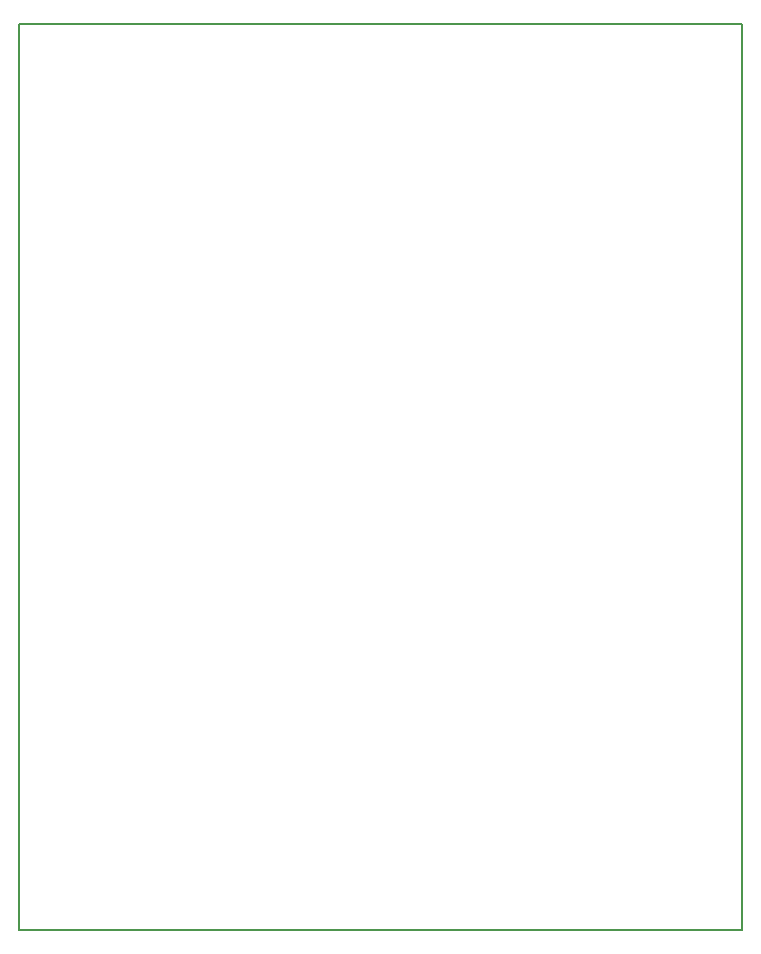
<source format=gbr>
%TF.GenerationSoftware,KiCad,Pcbnew,8.0.5-8.0.5-0~ubuntu24.04.1*%
%TF.CreationDate,2024-10-03T18:51:15+02:00*%
%TF.ProjectId,motor-driver-breakout-v2,6d6f746f-722d-4647-9269-7665722d6272,rev?*%
%TF.SameCoordinates,Original*%
%TF.FileFunction,Profile,NP*%
%FSLAX46Y46*%
G04 Gerber Fmt 4.6, Leading zero omitted, Abs format (unit mm)*
G04 Created by KiCad (PCBNEW 8.0.5-8.0.5-0~ubuntu24.04.1) date 2024-10-03 18:51:15*
%MOMM*%
%LPD*%
G01*
G04 APERTURE LIST*
%TA.AperFunction,Profile*%
%ADD10C,0.200000*%
%TD*%
G04 APERTURE END LIST*
D10*
X33782000Y-25908000D02*
X94996000Y-25908000D01*
X94996000Y-102616000D01*
X33782000Y-102616000D01*
X33782000Y-25908000D01*
M02*

</source>
